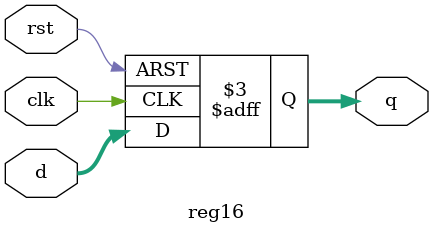
<source format=v>
`timescale 1ns / 1ps

module fibonacci(clk, rst, s);

wire [15:0] s0, s1, s2;
input clk;
input rst;
output [15:0] s;


reg16 regX(
	.clk(clk),
	.rst(rst),
	.d(s1),
	.q(s0));

reg16 #(.rst_value(1)) 
	regY(
	.clk(clk),
	.rst(rst),
	.d(s2),
	.q(s1));
	
	assign s2 = s1 + s0;
	assign s = s0;	
endmodule



module reg16(clk, rst, d, q);

	parameter rst_value = 0;

	input clk, rst;
	input [15:0] d;
	output [15:0] q;
	reg [15:0] q;
	
	always @(posedge clk or posedge rst)
	begin
		if (rst == 1)
			q <= rst_value;
		else
			q <= d;
	end
endmodule

</source>
